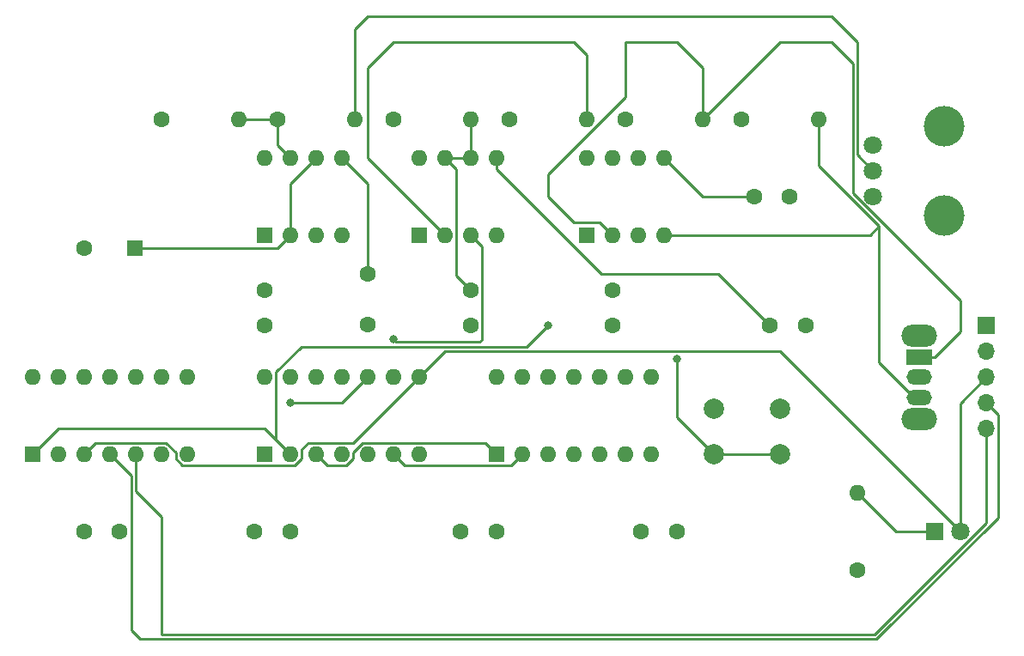
<source format=gbr>
%TF.GenerationSoftware,KiCad,Pcbnew,(7.0.0)*%
%TF.CreationDate,2023-05-14T14:46:27-04:00*%
%TF.ProjectId,8bc_clock,3862635f-636c-46f6-936b-2e6b69636164,rev?*%
%TF.SameCoordinates,Original*%
%TF.FileFunction,Copper,L1,Top*%
%TF.FilePolarity,Positive*%
%FSLAX46Y46*%
G04 Gerber Fmt 4.6, Leading zero omitted, Abs format (unit mm)*
G04 Created by KiCad (PCBNEW (7.0.0)) date 2023-05-14 14:46:27*
%MOMM*%
%LPD*%
G01*
G04 APERTURE LIST*
%TA.AperFunction,ComponentPad*%
%ADD10C,2.000000*%
%TD*%
%TA.AperFunction,ComponentPad*%
%ADD11R,1.800000X1.800000*%
%TD*%
%TA.AperFunction,ComponentPad*%
%ADD12C,1.800000*%
%TD*%
%TA.AperFunction,ComponentPad*%
%ADD13C,1.600000*%
%TD*%
%TA.AperFunction,ComponentPad*%
%ADD14O,1.600000X1.600000*%
%TD*%
%TA.AperFunction,ComponentPad*%
%ADD15R,1.600000X1.600000*%
%TD*%
%TA.AperFunction,WasherPad*%
%ADD16C,4.000000*%
%TD*%
%TA.AperFunction,ComponentPad*%
%ADD17O,3.500000X2.200000*%
%TD*%
%TA.AperFunction,ComponentPad*%
%ADD18R,2.500000X1.500000*%
%TD*%
%TA.AperFunction,ComponentPad*%
%ADD19O,2.500000X1.500000*%
%TD*%
%TA.AperFunction,ComponentPad*%
%ADD20R,1.700000X1.700000*%
%TD*%
%TA.AperFunction,ComponentPad*%
%ADD21O,1.700000X1.700000*%
%TD*%
%TA.AperFunction,ViaPad*%
%ADD22C,0.800000*%
%TD*%
%TA.AperFunction,Conductor*%
%ADD23C,0.250000*%
%TD*%
G04 APERTURE END LIST*
D10*
%TO.P,SW2,1*%
%TO.N,GND*%
X153520000Y-92020000D03*
X160020000Y-92020000D03*
%TO.P,SW2,2*%
%TO.N,Net-(U2-TR)*%
X153520000Y-96520000D03*
X160020000Y-96520000D03*
%TD*%
D11*
%TO.P,D1,1,K*%
%TO.N,Net-(D1-K)*%
X175259999Y-104139999D03*
D12*
%TO.P,D1,2,A*%
%TO.N,CLK*%
X177800000Y-104140000D03*
%TD*%
D13*
%TO.P,R1,1*%
%TO.N,+5V*%
X99060000Y-63500000D03*
D14*
%TO.P,R1,2*%
%TO.N,Net-(U1-DIS)*%
X106679999Y-63499999D03*
%TD*%
D15*
%TO.P,U1,1,GND*%
%TO.N,GND*%
X109219999Y-74919999D03*
D14*
%TO.P,U1,2,TR*%
%TO.N,Net-(U1-THR)*%
X111759999Y-74919999D03*
%TO.P,U1,3,Q*%
%TO.N,Net-(U1-Q)*%
X114299999Y-74919999D03*
%TO.P,U1,4,R*%
%TO.N,+5V*%
X116839999Y-74919999D03*
%TO.P,U1,5,CV*%
%TO.N,Net-(U1-CV)*%
X116839999Y-67299999D03*
%TO.P,U1,6,THR*%
%TO.N,Net-(U1-THR)*%
X114299999Y-67299999D03*
%TO.P,U1,7,DIS*%
%TO.N,Net-(U1-DIS)*%
X111759999Y-67299999D03*
%TO.P,U1,8,VCC*%
%TO.N,+5V*%
X109219999Y-67299999D03*
%TD*%
D13*
%TO.P,C7,1*%
%TO.N,+5V*%
X132080000Y-104140000D03*
%TO.P,C7,2*%
%TO.N,GND*%
X128580000Y-104140000D03*
%TD*%
%TO.P,C5,1*%
%TO.N,Net-(U3-CV)*%
X157480000Y-71120000D03*
%TO.P,C5,2*%
%TO.N,GND*%
X160980000Y-71120000D03*
%TD*%
D15*
%TO.P,C2,1*%
%TO.N,Net-(U1-THR)*%
X96439999Y-76199999D03*
D13*
%TO.P,C2,2*%
%TO.N,GND*%
X91440000Y-76200000D03*
%TD*%
%TO.P,C4,1*%
%TO.N,Net-(U2-DIS)*%
X129540000Y-80320000D03*
%TO.P,C4,2*%
%TO.N,GND*%
X129540000Y-83820000D03*
%TD*%
%TO.P,C3,1*%
%TO.N,Net-(U2-CV)*%
X159060000Y-83820000D03*
%TO.P,C3,2*%
%TO.N,GND*%
X162560000Y-83820000D03*
%TD*%
%TO.P,C10,1*%
%TO.N,GND*%
X149860000Y-104140000D03*
%TO.P,C10,2*%
%TO.N,+5V*%
X146360000Y-104140000D03*
%TD*%
D16*
%TO.P,RV1,*%
%TO.N,*%
X176210000Y-64180000D03*
X176210000Y-72980000D03*
D12*
%TO.P,RV1,1,1*%
%TO.N,unconnected-(RV1-Pad1)*%
X169210000Y-71080000D03*
%TO.P,RV1,2,2*%
%TO.N,Net-(R2-Pad2)*%
X169210000Y-68580000D03*
%TO.P,RV1,3,3*%
%TO.N,Net-(U1-THR)*%
X169210000Y-66080000D03*
%TD*%
D17*
%TO.P,SW1,*%
%TO.N,*%
X173764999Y-84829999D03*
X173764999Y-93029999D03*
D18*
%TO.P,SW1,1,A*%
%TO.N,Net-(SW1-A)*%
X173764999Y-86929999D03*
D19*
%TO.P,SW1,2,B*%
%TO.N,GND*%
X173764999Y-88929999D03*
%TO.P,SW1,3,C*%
%TO.N,Net-(SW1-C)*%
X173764999Y-90929999D03*
%TD*%
D13*
%TO.P,C6,1*%
%TO.N,+5V*%
X143520000Y-83820000D03*
%TO.P,C6,2*%
%TO.N,GND*%
X143520000Y-80320000D03*
%TD*%
%TO.P,R3,1*%
%TO.N,+5V*%
X121920000Y-63500000D03*
D14*
%TO.P,R3,2*%
%TO.N,Net-(U2-DIS)*%
X129539999Y-63499999D03*
%TD*%
D15*
%TO.P,U5,1*%
%TO.N,Net-(U1-Q)*%
X109219999Y-96519999D03*
D14*
%TO.P,U5,2*%
%TO.N,Net-(U3-Q)*%
X111759999Y-96519999D03*
%TO.P,U5,3*%
%TO.N,Net-(U5-Pad3)*%
X114299999Y-96519999D03*
%TO.P,U5,4*%
%TO.N,Net-(U4-Pad2)*%
X116839999Y-96519999D03*
%TO.P,U5,5*%
%TO.N,Net-(U2-Q)*%
X119379999Y-96519999D03*
%TO.P,U5,6*%
%TO.N,Net-(U5-Pad6)*%
X121919999Y-96519999D03*
%TO.P,U5,7,GND*%
%TO.N,GND*%
X124459999Y-96519999D03*
%TO.P,U5,8*%
%TO.N,CLK*%
X124459999Y-88899999D03*
%TO.P,U5,9*%
%TO.N,Net-(U5-Pad9)*%
X121919999Y-88899999D03*
%TO.P,U5,10*%
%TO.N,Net-(U4-Pad6)*%
X119379999Y-88899999D03*
%TO.P,U5,11*%
%TO.N,unconnected-(U5-Pad11)*%
X116839999Y-88899999D03*
%TO.P,U5,12*%
%TO.N,unconnected-(U5-Pad12)*%
X114299999Y-88899999D03*
%TO.P,U5,13*%
%TO.N,unconnected-(U5-Pad13)*%
X111759999Y-88899999D03*
%TO.P,U5,14,VCC*%
%TO.N,+5V*%
X109219999Y-88899999D03*
%TD*%
D13*
%TO.P,R6,1*%
%TO.N,+5V*%
X156210000Y-63500000D03*
D14*
%TO.P,R6,2*%
%TO.N,Net-(SW1-C)*%
X163829999Y-63499999D03*
%TD*%
D13*
%TO.P,C9,1*%
%TO.N,GND*%
X94940000Y-104140000D03*
%TO.P,C9,2*%
%TO.N,+5V*%
X91440000Y-104140000D03*
%TD*%
%TO.P,R5,1*%
%TO.N,+5V*%
X144780000Y-63500000D03*
D14*
%TO.P,R5,2*%
%TO.N,Net-(SW1-A)*%
X152399999Y-63499999D03*
%TD*%
D13*
%TO.P,R4,1*%
%TO.N,+5V*%
X133350000Y-63500000D03*
D14*
%TO.P,R4,2*%
%TO.N,Net-(U2-TR)*%
X140969999Y-63499999D03*
%TD*%
D15*
%TO.P,U3,1,GND*%
%TO.N,GND*%
X140979999Y-74919999D03*
D14*
%TO.P,U3,2,TR*%
%TO.N,Net-(SW1-A)*%
X143519999Y-74919999D03*
%TO.P,U3,3,Q*%
%TO.N,Net-(U3-Q)*%
X146059999Y-74919999D03*
%TO.P,U3,4,R*%
%TO.N,Net-(SW1-C)*%
X148599999Y-74919999D03*
%TO.P,U3,5,CV*%
%TO.N,Net-(U3-CV)*%
X148599999Y-67299999D03*
%TO.P,U3,6,THR*%
%TO.N,GND*%
X146059999Y-67299999D03*
%TO.P,U3,7,DIS*%
%TO.N,unconnected-(U3-DIS-Pad7)*%
X143519999Y-67299999D03*
%TO.P,U3,8,VCC*%
%TO.N,+5V*%
X140979999Y-67299999D03*
%TD*%
D13*
%TO.P,C1,1*%
%TO.N,Net-(U1-CV)*%
X119380000Y-78740000D03*
%TO.P,C1,2*%
%TO.N,GND*%
X119380000Y-83740000D03*
%TD*%
%TO.P,C8,1*%
%TO.N,+5V*%
X109220000Y-83820000D03*
%TO.P,C8,2*%
%TO.N,GND*%
X109220000Y-80320000D03*
%TD*%
%TO.P,R7,1*%
%TO.N,GND*%
X167640000Y-107950000D03*
D14*
%TO.P,R7,2*%
%TO.N,Net-(D1-K)*%
X167639999Y-100329999D03*
%TD*%
D20*
%TO.P,J1,1,Pin_1*%
%TO.N,+5V*%
X180364999Y-83849999D03*
D21*
%TO.P,J1,2,Pin_2*%
%TO.N,GND*%
X180364999Y-86389999D03*
%TO.P,J1,3,Pin_3*%
%TO.N,CLK*%
X180364999Y-88929999D03*
%TO.P,J1,4,Pin_4*%
%TO.N,!CLK*%
X180364999Y-91469999D03*
%TO.P,J1,5,Pin_5*%
%TO.N,HLT*%
X180364999Y-94009999D03*
%TD*%
D13*
%TO.P,R2,1*%
%TO.N,Net-(U1-DIS)*%
X110490000Y-63500000D03*
D14*
%TO.P,R2,2*%
%TO.N,Net-(R2-Pad2)*%
X118109999Y-63499999D03*
%TD*%
D15*
%TO.P,U6,1*%
%TO.N,Net-(U5-Pad3)*%
X132079999Y-96519999D03*
D14*
%TO.P,U6,2*%
%TO.N,Net-(U5-Pad6)*%
X134619999Y-96519999D03*
%TO.P,U6,3*%
%TO.N,Net-(U5-Pad9)*%
X137159999Y-96519999D03*
%TO.P,U6,4*%
%TO.N,unconnected-(U6-Pad4)*%
X139699999Y-96519999D03*
%TO.P,U6,5*%
%TO.N,unconnected-(U6-Pad5)*%
X142239999Y-96519999D03*
%TO.P,U6,6*%
%TO.N,unconnected-(U6-Pad6)*%
X144779999Y-96519999D03*
%TO.P,U6,7,GND*%
%TO.N,GND*%
X147319999Y-96519999D03*
%TO.P,U6,8*%
%TO.N,unconnected-(U6-Pad8)*%
X147319999Y-88899999D03*
%TO.P,U6,9*%
%TO.N,unconnected-(U6-Pad9)*%
X144779999Y-88899999D03*
%TO.P,U6,10*%
%TO.N,unconnected-(U6-Pad10)*%
X142239999Y-88899999D03*
%TO.P,U6,11*%
%TO.N,unconnected-(U6-Pad11)*%
X139699999Y-88899999D03*
%TO.P,U6,12*%
%TO.N,unconnected-(U6-Pad12)*%
X137159999Y-88899999D03*
%TO.P,U6,13*%
%TO.N,unconnected-(U6-Pad13)*%
X134619999Y-88899999D03*
%TO.P,U6,14,VCC*%
%TO.N,+5V*%
X132079999Y-88899999D03*
%TD*%
D13*
%TO.P,C11,1*%
%TO.N,GND*%
X111760000Y-104140000D03*
%TO.P,C11,2*%
%TO.N,+5V*%
X108260000Y-104140000D03*
%TD*%
D15*
%TO.P,U2,1,GND*%
%TO.N,GND*%
X124479999Y-74919999D03*
D14*
%TO.P,U2,2,TR*%
%TO.N,Net-(U2-TR)*%
X127019999Y-74919999D03*
%TO.P,U2,3,Q*%
%TO.N,Net-(U2-Q)*%
X129559999Y-74919999D03*
%TO.P,U2,4,R*%
%TO.N,+5V*%
X132099999Y-74919999D03*
%TO.P,U2,5,CV*%
%TO.N,Net-(U2-CV)*%
X132099999Y-67299999D03*
%TO.P,U2,6,THR*%
%TO.N,Net-(U2-DIS)*%
X129559999Y-67299999D03*
%TO.P,U2,7,DIS*%
X127019999Y-67299999D03*
%TO.P,U2,8,VCC*%
%TO.N,+5V*%
X124479999Y-67299999D03*
%TD*%
D15*
%TO.P,U4,1*%
%TO.N,Net-(U3-Q)*%
X86359999Y-96519999D03*
D14*
%TO.P,U4,2*%
%TO.N,Net-(U4-Pad2)*%
X88899999Y-96519999D03*
%TO.P,U4,3*%
%TO.N,CLK*%
X91439999Y-96519999D03*
%TO.P,U4,4*%
%TO.N,!CLK*%
X93979999Y-96519999D03*
%TO.P,U4,5*%
%TO.N,HLT*%
X96519999Y-96519999D03*
%TO.P,U4,6*%
%TO.N,Net-(U4-Pad6)*%
X99059999Y-96519999D03*
%TO.P,U4,7,GND*%
%TO.N,GND*%
X101599999Y-96519999D03*
%TO.P,U4,8*%
%TO.N,unconnected-(U4-Pad8)*%
X101599999Y-88899999D03*
%TO.P,U4,9*%
%TO.N,unconnected-(U4-Pad9)*%
X99059999Y-88899999D03*
%TO.P,U4,10*%
%TO.N,unconnected-(U4-Pad10)*%
X96519999Y-88899999D03*
%TO.P,U4,11*%
%TO.N,unconnected-(U4-Pad11)*%
X93979999Y-88899999D03*
%TO.P,U4,12*%
%TO.N,unconnected-(U4-Pad12)*%
X91439999Y-88899999D03*
%TO.P,U4,13*%
%TO.N,unconnected-(U4-Pad13)*%
X88899999Y-88899999D03*
%TO.P,U4,14,VCC*%
%TO.N,+5V*%
X86359999Y-88899999D03*
%TD*%
D22*
%TO.N,Net-(U2-TR)*%
X149860000Y-87084500D03*
%TO.N,Net-(U2-Q)*%
X121920000Y-85185500D03*
%TO.N,Net-(U3-Q)*%
X137160000Y-83820000D03*
%TO.N,Net-(U4-Pad6)*%
X111760000Y-91440000D03*
%TD*%
D23*
%TO.N,Net-(U1-CV)*%
X119380000Y-69840000D02*
X116840000Y-67300000D01*
X119380000Y-78740000D02*
X119380000Y-69840000D01*
%TO.N,Net-(U1-THR)*%
X111760000Y-69840000D02*
X114300000Y-67300000D01*
X96440000Y-76200000D02*
X110480000Y-76200000D01*
X111760000Y-74920000D02*
X111760000Y-69840000D01*
X110480000Y-76200000D02*
X111760000Y-74920000D01*
%TO.N,Net-(U2-CV)*%
X142408630Y-78740000D02*
X153980000Y-78740000D01*
X132100000Y-67300000D02*
X132100000Y-68431370D01*
X132100000Y-68431370D02*
X142408630Y-78740000D01*
X153980000Y-78740000D02*
X159060000Y-83820000D01*
%TO.N,Net-(U2-DIS)*%
X129540000Y-80320000D02*
X128145000Y-78925000D01*
X129540000Y-67280000D02*
X129560000Y-67300000D01*
X128145000Y-78925000D02*
X128145000Y-68425000D01*
X128145000Y-68425000D02*
X127020000Y-67300000D01*
X129560000Y-67300000D02*
X127020000Y-67300000D01*
X129540000Y-63500000D02*
X129540000Y-67280000D01*
%TO.N,Net-(U3-CV)*%
X157480000Y-71120000D02*
X152420000Y-71120000D01*
X152420000Y-71120000D02*
X148600000Y-67300000D01*
%TO.N,Net-(D1-K)*%
X175260000Y-104140000D02*
X171450000Y-104140000D01*
X171450000Y-104140000D02*
X167640000Y-100330000D01*
%TO.N,CLK*%
X117965000Y-95395000D02*
X113544009Y-95395000D01*
X112225991Y-97645000D02*
X101134009Y-97645000D01*
X100475000Y-96985991D02*
X100475000Y-96344009D01*
X160020000Y-86360000D02*
X127000000Y-86360000D01*
X177800000Y-91495000D02*
X180365000Y-88930000D01*
X124460000Y-88900000D02*
X117965000Y-95395000D01*
X100475000Y-96344009D02*
X99525991Y-95395000D01*
X112885000Y-96985991D02*
X112225991Y-97645000D01*
X112885000Y-96054009D02*
X112885000Y-96985991D01*
X101134009Y-97645000D02*
X100475000Y-96985991D01*
X127000000Y-86360000D02*
X124460000Y-88900000D01*
X92565000Y-95395000D02*
X91440000Y-96520000D01*
X177800000Y-104140000D02*
X177800000Y-91495000D01*
X99525991Y-95395000D02*
X92565000Y-95395000D01*
X177800000Y-104140000D02*
X160020000Y-86360000D01*
X113544009Y-95395000D02*
X112885000Y-96054009D01*
%TO.N,!CLK*%
X181540000Y-92645000D02*
X181540000Y-102768808D01*
X96070000Y-113850000D02*
X96070000Y-98610000D01*
X96970000Y-114750000D02*
X96070000Y-113850000D01*
X169558808Y-114750000D02*
X96970000Y-114750000D01*
X180365000Y-91470000D02*
X181540000Y-92645000D01*
X181540000Y-102768808D02*
X169558808Y-114750000D01*
X96070000Y-98610000D02*
X93980000Y-96520000D01*
%TO.N,HLT*%
X96520000Y-100185000D02*
X96520000Y-96520000D01*
X180365000Y-94010000D02*
X180365000Y-103307412D01*
X99060000Y-102725000D02*
X96520000Y-100185000D01*
X169372412Y-114300000D02*
X99060000Y-114300000D01*
X180365000Y-103307412D02*
X169372412Y-114300000D01*
X99060000Y-114300000D02*
X99060000Y-102725000D01*
%TO.N,Net-(U1-DIS)*%
X110490000Y-63500000D02*
X110490000Y-66030000D01*
X106680000Y-63500000D02*
X110490000Y-63500000D01*
X110490000Y-66030000D02*
X111760000Y-67300000D01*
%TO.N,Net-(R2-Pad2)*%
X118110000Y-54610000D02*
X119380000Y-53340000D01*
X167640000Y-67010000D02*
X169210000Y-68580000D01*
X118110000Y-63500000D02*
X118110000Y-54610000D01*
X167640000Y-55880000D02*
X167640000Y-67010000D01*
X119380000Y-53340000D02*
X165100000Y-53340000D01*
X165100000Y-53340000D02*
X167640000Y-55880000D01*
%TO.N,Net-(U2-TR)*%
X149860000Y-92860000D02*
X149860000Y-87084500D01*
X160020000Y-96520000D02*
X153520000Y-96520000D01*
X153520000Y-96520000D02*
X149860000Y-92860000D01*
X121920000Y-55880000D02*
X119380000Y-58420000D01*
X140970000Y-57150000D02*
X139700000Y-55880000D01*
X119380000Y-58420000D02*
X119380000Y-67280000D01*
X140970000Y-63500000D02*
X140970000Y-57150000D01*
X119380000Y-67280000D02*
X127020000Y-74920000D01*
X139700000Y-55880000D02*
X121920000Y-55880000D01*
%TO.N,Net-(SW1-A)*%
X144780000Y-55880000D02*
X144780000Y-61280991D01*
X137160000Y-71120000D02*
X139700000Y-73660000D01*
X177800000Y-84395000D02*
X175265000Y-86930000D01*
X167190000Y-70792412D02*
X177800000Y-81402412D01*
X152400000Y-58420000D02*
X149860000Y-55880000D01*
X175265000Y-86930000D02*
X173765000Y-86930000D01*
X139700000Y-73660000D02*
X142260000Y-73660000D01*
X149860000Y-55880000D02*
X144780000Y-55880000D01*
X152400000Y-63500000D02*
X152400000Y-58420000D01*
X152400000Y-63500000D02*
X160020000Y-55880000D01*
X144780000Y-61280991D02*
X137160000Y-68900991D01*
X167190000Y-57970000D02*
X167190000Y-70792412D01*
X165100000Y-55880000D02*
X167190000Y-57970000D01*
X177800000Y-81402412D02*
X177800000Y-84395000D01*
X137160000Y-68900991D02*
X137160000Y-71120000D01*
X142260000Y-73660000D02*
X143520000Y-74920000D01*
X160020000Y-55880000D02*
X165100000Y-55880000D01*
%TO.N,Net-(SW1-C)*%
X163830000Y-63500000D02*
X163830000Y-68068808D01*
X163830000Y-68068808D02*
X169800596Y-74039404D01*
X148600000Y-74920000D02*
X168920000Y-74920000D01*
X169800596Y-87465596D02*
X173265000Y-90930000D01*
X173265000Y-90930000D02*
X173765000Y-90930000D01*
X169800596Y-74039404D02*
X169800596Y-87465596D01*
X168920000Y-74920000D02*
X169800596Y-74039404D01*
%TO.N,Net-(U2-Q)*%
X130665000Y-85235000D02*
X130440000Y-85460000D01*
X129560000Y-74920000D02*
X130665000Y-76025000D01*
X122194500Y-85460000D02*
X121920000Y-85185500D01*
X130665000Y-76025000D02*
X130665000Y-85235000D01*
X130440000Y-85460000D02*
X122194500Y-85460000D01*
%TO.N,Net-(U3-Q)*%
X86360000Y-96520000D02*
X88900000Y-93980000D01*
X135070000Y-85910000D02*
X112869009Y-85910000D01*
X112869009Y-85910000D02*
X110345000Y-88434009D01*
X109220000Y-93980000D02*
X110345000Y-95105000D01*
X137160000Y-83820000D02*
X135070000Y-85910000D01*
X110345000Y-88434009D02*
X110345000Y-95105000D01*
X110345000Y-95105000D02*
X111760000Y-96520000D01*
X88900000Y-93980000D02*
X109220000Y-93980000D01*
%TO.N,Net-(U4-Pad6)*%
X116840000Y-91440000D02*
X119380000Y-88900000D01*
X111760000Y-91440000D02*
X116840000Y-91440000D01*
%TO.N,Net-(U5-Pad3)*%
X117965000Y-96344009D02*
X117965000Y-96985991D01*
X115425000Y-97645000D02*
X114300000Y-96520000D01*
X118914009Y-95395000D02*
X117965000Y-96344009D01*
X132080000Y-96520000D02*
X130955000Y-95395000D01*
X130955000Y-95395000D02*
X118914009Y-95395000D01*
X117305991Y-97645000D02*
X115425000Y-97645000D01*
X117965000Y-96985991D02*
X117305991Y-97645000D01*
%TO.N,Net-(U5-Pad6)*%
X133495000Y-97645000D02*
X134620000Y-96520000D01*
X123045000Y-97645000D02*
X133495000Y-97645000D01*
X121920000Y-96520000D02*
X123045000Y-97645000D01*
%TD*%
M02*

</source>
